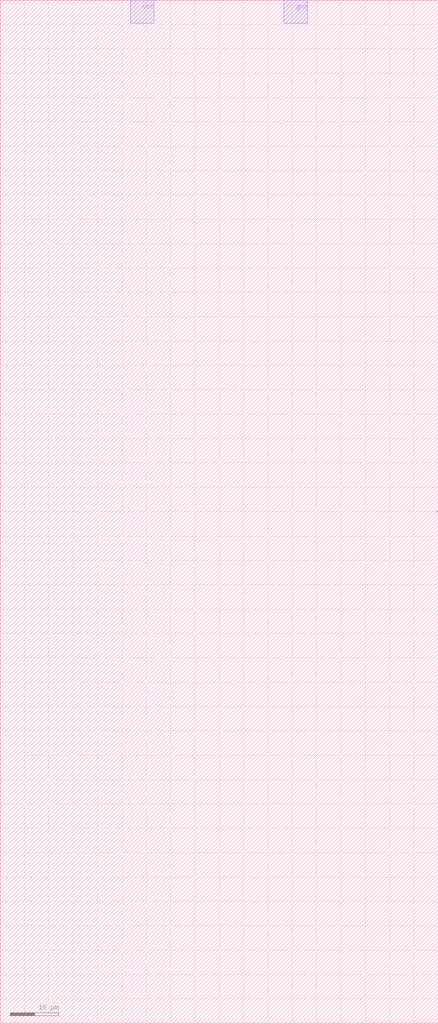
<source format=lef>
VERSION 5.6 ;


BUSBITCHARS "[]" ;
DIVIDERCHAR "/"  ;

MACRO porv1tsmc180n
    CLASS BLOCK ;
    FOREIGN porv1tsmc180n 0.000 0.000  ;
    ORIGIN 0.000 0.000 ;
    SIZE 90.0 BY 210.0 ;
    SYMMETRY x y r90 ;

    PIN vcc
        DIRECTION  INOUT ;
	USE POWER ;
        PORT
        LAYER metal1 ;
        RECT  26.76 205.2 31.56 210.0 ;
        END
    END vcc

    PIN gnd
        DIRECTION  INOUT ;
	USE GROUND ;
        PORT
        LAYER metal1 ;
        RECT  58.32 205.2 63.12 210.0 ;
        END
    END gnd

    PIN o05rstn
        DIRECTION  OUTPUT ;
	
        PORT
        LAYER metal1 ;
        RECT  89.76 104.88 90.0 105.12 ;
        END
    END o05rstn

END porv1tsmc180n

END LIBRARY

</source>
